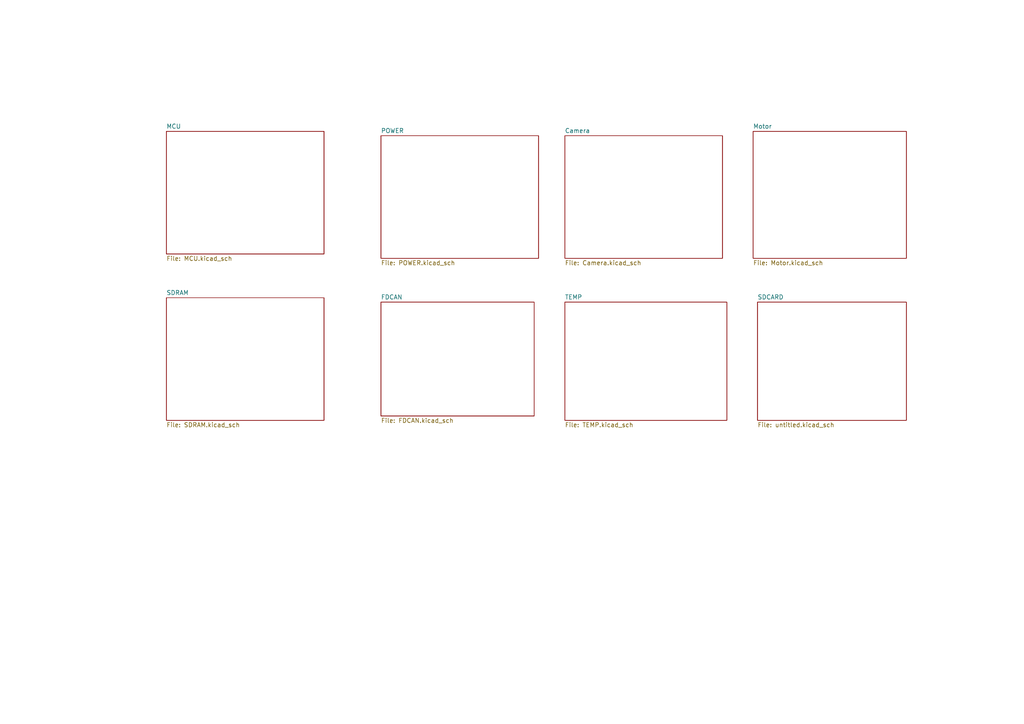
<source format=kicad_sch>
(kicad_sch
	(version 20250114)
	(generator "eeschema")
	(generator_version "9.0")
	(uuid "f88cc8d9-90d0-4f49-86de-b397772ae690")
	(paper "A4")
	(title_block
		(title "STM32HSV")
		(date "2025-02-03")
		(rev "1.0")
		(company "Roboties")
	)
	(lib_symbols)
	(sheet
		(at 163.83 39.37)
		(size 45.72 35.56)
		(exclude_from_sim no)
		(in_bom yes)
		(on_board yes)
		(dnp no)
		(fields_autoplaced yes)
		(stroke
			(width 0.1524)
			(type solid)
		)
		(fill
			(color 0 0 0 0.0000)
		)
		(uuid "01029270-e375-4974-8f3a-11561fb83c38")
		(property "Sheetname" "Camera"
			(at 163.83 38.6584 0)
			(effects
				(font
					(size 1.27 1.27)
				)
				(justify left bottom)
			)
		)
		(property "Sheetfile" "Camera.kicad_sch"
			(at 163.83 75.5146 0)
			(effects
				(font
					(size 1.27 1.27)
				)
				(justify left top)
			)
		)
		(instances
			(project "[Project STM32H7 보드 설계3]"
				(path "/f88cc8d9-90d0-4f49-86de-b397772ae690"
					(page "6")
				)
			)
		)
	)
	(sheet
		(at 218.44 38.1)
		(size 44.45 36.83)
		(exclude_from_sim no)
		(in_bom yes)
		(on_board yes)
		(dnp no)
		(fields_autoplaced yes)
		(stroke
			(width 0.1524)
			(type solid)
		)
		(fill
			(color 0 0 0 0.0000)
		)
		(uuid "107af4f9-3d4e-4600-bfac-df25861de541")
		(property "Sheetname" "Motor"
			(at 218.44 37.3884 0)
			(effects
				(font
					(size 1.27 1.27)
				)
				(justify left bottom)
			)
		)
		(property "Sheetfile" "Motor.kicad_sch"
			(at 218.44 75.5146 0)
			(effects
				(font
					(size 1.27 1.27)
				)
				(justify left top)
			)
		)
		(instances
			(project "[Project STM32H7 보드 설계3]"
				(path "/f88cc8d9-90d0-4f49-86de-b397772ae690"
					(page "8")
				)
			)
		)
	)
	(sheet
		(at 163.83 87.63)
		(size 46.99 34.29)
		(exclude_from_sim no)
		(in_bom yes)
		(on_board yes)
		(dnp no)
		(fields_autoplaced yes)
		(stroke
			(width 0.1524)
			(type solid)
		)
		(fill
			(color 0 0 0 0.0000)
		)
		(uuid "30e99fa7-a888-4f2d-885b-304b38da59d9")
		(property "Sheetname" "TEMP"
			(at 163.83 86.9184 0)
			(effects
				(font
					(size 1.27 1.27)
				)
				(justify left bottom)
			)
		)
		(property "Sheetfile" "TEMP.kicad_sch"
			(at 163.83 122.5046 0)
			(effects
				(font
					(size 1.27 1.27)
				)
				(justify left top)
			)
		)
		(instances
			(project "[Project STM32H7 보드 설계3]"
				(path "/f88cc8d9-90d0-4f49-86de-b397772ae690"
					(page "7")
				)
			)
		)
	)
	(sheet
		(at 219.71 87.63)
		(size 43.18 34.29)
		(exclude_from_sim no)
		(in_bom yes)
		(on_board yes)
		(dnp no)
		(fields_autoplaced yes)
		(stroke
			(width 0.1524)
			(type solid)
		)
		(fill
			(color 0 0 0 0.0000)
		)
		(uuid "38890d2f-382b-4e7a-9c87-c736676eacda")
		(property "Sheetname" "SDCARD"
			(at 219.71 86.9184 0)
			(effects
				(font
					(size 1.27 1.27)
				)
				(justify left bottom)
			)
		)
		(property "Sheetfile" "untitled.kicad_sch"
			(at 219.71 122.5046 0)
			(effects
				(font
					(size 1.27 1.27)
				)
				(justify left top)
			)
		)
		(instances
			(project "[Project STM32H7 보드 설계3]"
				(path "/f88cc8d9-90d0-4f49-86de-b397772ae690"
					(page "9")
				)
			)
		)
	)
	(sheet
		(at 110.49 87.63)
		(size 44.45 33.02)
		(exclude_from_sim no)
		(in_bom yes)
		(on_board yes)
		(dnp no)
		(fields_autoplaced yes)
		(stroke
			(width 0.1524)
			(type solid)
		)
		(fill
			(color 0 0 0 0.0000)
		)
		(uuid "38d71a8a-9e32-456c-aaa5-cb05ff995921")
		(property "Sheetname" "FDCAN"
			(at 110.49 86.9184 0)
			(effects
				(font
					(size 1.27 1.27)
				)
				(justify left bottom)
			)
		)
		(property "Sheetfile" "FDCAN.kicad_sch"
			(at 110.49 121.2346 0)
			(effects
				(font
					(size 1.27 1.27)
				)
				(justify left top)
			)
		)
		(instances
			(project "[Project STM32H7 보드 설계3]"
				(path "/f88cc8d9-90d0-4f49-86de-b397772ae690"
					(page "7")
				)
			)
		)
	)
	(sheet
		(at 110.49 39.37)
		(size 45.72 35.56)
		(exclude_from_sim no)
		(in_bom yes)
		(on_board yes)
		(dnp no)
		(fields_autoplaced yes)
		(stroke
			(width 0.1524)
			(type solid)
		)
		(fill
			(color 0 0 0 0.0000)
		)
		(uuid "dcefdeff-abe1-4a07-941f-e8f59ee1b71c")
		(property "Sheetname" "POWER"
			(at 110.49 38.6584 0)
			(effects
				(font
					(size 1.27 1.27)
				)
				(justify left bottom)
			)
		)
		(property "Sheetfile" "POWER.kicad_sch"
			(at 110.49 75.5146 0)
			(effects
				(font
					(size 1.27 1.27)
				)
				(justify left top)
			)
		)
		(instances
			(project "[Project STM32H7 보드 설계3]"
				(path "/f88cc8d9-90d0-4f49-86de-b397772ae690"
					(page "4")
				)
			)
		)
	)
	(sheet
		(at 48.26 86.36)
		(size 45.72 35.56)
		(exclude_from_sim no)
		(in_bom yes)
		(on_board yes)
		(dnp no)
		(fields_autoplaced yes)
		(stroke
			(width 0.1524)
			(type solid)
		)
		(fill
			(color 0 0 0 0.0000)
		)
		(uuid "ec37e6ea-e7ce-40cf-868a-4586b3a13cbd")
		(property "Sheetname" "SDRAM"
			(at 48.26 85.6484 0)
			(effects
				(font
					(size 1.27 1.27)
				)
				(justify left bottom)
			)
		)
		(property "Sheetfile" "SDRAM.kicad_sch"
			(at 48.26 122.5046 0)
			(effects
				(font
					(size 1.27 1.27)
				)
				(justify left top)
			)
		)
		(instances
			(project "[Project STM32H7 보드 설계3]"
				(path "/f88cc8d9-90d0-4f49-86de-b397772ae690"
					(page "3")
				)
			)
		)
	)
	(sheet
		(at 48.26 38.1)
		(size 45.72 35.56)
		(exclude_from_sim no)
		(in_bom yes)
		(on_board yes)
		(dnp no)
		(fields_autoplaced yes)
		(stroke
			(width 0.1524)
			(type solid)
		)
		(fill
			(color 0 0 0 0.0000)
		)
		(uuid "fe041171-8581-4a68-859c-38c754d6eb59")
		(property "Sheetname" "MCU"
			(at 48.26 37.3884 0)
			(effects
				(font
					(size 1.27 1.27)
				)
				(justify left bottom)
			)
		)
		(property "Sheetfile" "MCU.kicad_sch"
			(at 48.26 74.2446 0)
			(effects
				(font
					(size 1.27 1.27)
				)
				(justify left top)
			)
		)
		(instances
			(project "[Project STM32H7 보드 설계3]"
				(path "/f88cc8d9-90d0-4f49-86de-b397772ae690"
					(page "2")
				)
			)
		)
	)
	(sheet_instances
		(path "/"
			(page "1")
		)
	)
	(embedded_fonts no)
)

</source>
